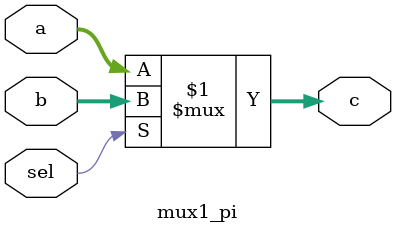
<source format=sv>
`timescale 1ns / 1ps


module mux1_pi #(parameter ANCHO = 32)(
	input  logic 		       sel,
	input  logic [ANCHO-1 : 0] a,
	input  logic [ANCHO-1 : 0] b,
	output logic [ANCHO-1 : 0] c
);

assign c = sel ? b : a;
endmodule
</source>
